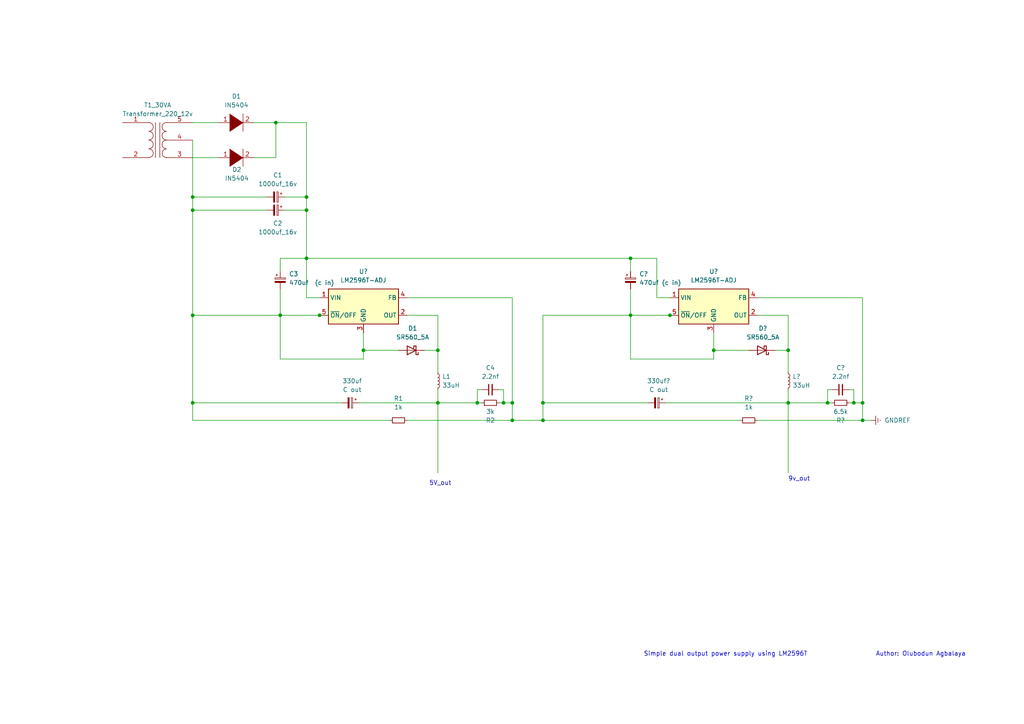
<source format=kicad_sch>
(kicad_sch (version 20211123) (generator eeschema)
  (paper "A4")
  (lib_symbols
    (symbol "Device:C_Polarized_Small" (pin_numbers hide) (pin_names (offset 0.254) hide)
      (property "Reference" "C" (at 0.254 1.778 0))
      (property "Value" "C_Polarized_Small" (at 0.254 -2.032 0))
      (symbol "C_Polarized_Small_0_1"
        (rectangle (start -1.524 -0.3048) (end 1.524 -0.6858) (fill (type outline)))
        (rectangle (start -1.524 0.6858) (end 1.524 0.3048))
        (polyline (pts (xy -1.27 1.524) (xy -0.762 1.524)))
        (polyline (pts (xy -1.016 1.27) (xy -1.016 1.778)))
      )
      (symbol "C_Polarized_Small_1_1"
        (pin passive line (at 0 2.54 270) (length 1.8542) (name "~") (number "1"))
        (pin passive line (at 0 -2.54 90) (length 1.8542) (name "~") (number "2"))
      )
    )
    (symbol "Device:C_Small" (pin_numbers hide) (pin_names (offset 0.254) hide)
      (property "Reference" "C" (at 0.254 1.778 0))
      (property "Value" "C_Small" (at 0.254 -2.032 0))
      (symbol "C_Small_0_1"
        (polyline (pts (xy -1.524 -0.508) (xy 1.524 -0.508)) (stroke (width 0.3302)))
        (polyline (pts (xy -1.524 0.508) (xy 1.524 0.508)) (stroke (width 0.3048)))
      )
      (symbol "C_Small_1_1"
        (pin passive line (at 0 2.54 270) (length 2.032) (name "~") (number "1"))
        (pin passive line (at 0 -2.54 90) (length 2.032) (name "~") (number "2"))
      )
    )
    (symbol "Device:D_Schottky" (pin_numbers hide) (pin_names (offset 1.016) hide)
      (property "Reference" "D" (at 0 2.54 0))
      (property "Value" "D_Schottky" (at 0 -2.54 0))
      (symbol "D_Schottky_0_1"
        (polyline (pts (xy 1.27 0) (xy -1.27 0)))
        (polyline (pts (xy 1.27 1.27) (xy 1.27 -1.27) (xy -1.27 0) (xy 1.27 1.27)) (stroke (width 0.254)))
        (polyline (pts (xy -1.905 0.635) (xy -1.905 1.27) (xy -1.27 1.27) (xy -1.27 -1.27) (xy -0.635 -1.27) (xy -0.635 -0.635)) (stroke (width 0.254)))
      )
      (symbol "D_Schottky_1_1"
        (pin passive line (at -3.81 0 0) (length 2.54) (name "K") (number "1"))
        (pin passive line (at 3.81 0 180) (length 2.54) (name "A") (number "2"))
      )
    )
    (symbol "Device:L_Small" (pin_numbers hide) (pin_names (offset 0.254) hide)
      (property "Reference" "L" (at 0.762 1.016 0))
      (property "Value" "L_Small" (at 0.762 -1.016 0))
      (symbol "L_Small_0_1"
        (arc (start 0 -2.032) (mid 0.508 -1.524) (end 0 -1.016))
        (arc (start 0 -1.016) (mid 0.508 -0.508) (end 0 0))
        (arc (start 0 0) (mid 0.508 0.508) (end 0 1.016))
        (arc (start 0 1.016) (mid 0.508 1.524) (end 0 2.032))
      )
      (symbol "L_Small_1_1"
        (pin passive line (at 0 2.54 270) (length 0.508) (name "~") (number "1"))
        (pin passive line (at 0 -2.54 90) (length 0.508) (name "~") (number "2"))
      )
    )
    (symbol "Device:R_Small" (pin_numbers hide) (pin_names (offset 0.254) hide)
      (property "Reference" "R" (at 0.762 0.508 0))
      (property "Value" "R_Small" (at 0.762 -1.016 0))
      (symbol "R_Small_0_1"
        (rectangle (start -0.762 1.778) (end 0.762 -1.778) (stroke (width 0.2032)))
      )
      (symbol "R_Small_1_1"
        (pin passive line (at 0 2.54 270) (length 0.762) (name "~") (number "1"))
        (pin passive line (at 0 -2.54 90) (length 0.762) (name "~") (number "2"))
      )
    )
    (symbol "Device:Transformer_1P_SS" (pin_names (offset 1.016) hide)
      (property "Reference" "T" (at 0 6.35 0))
      (property "Value" "Transformer_1P_SS" (at 0 -7.62 0))
      (symbol "Transformer_1P_SS_0_1"
        (arc (start -2.54 -5.0546) (mid -1.6561 -4.6863) (end -1.27 -3.81))
        (arc (start -2.54 -2.5146) (mid -1.6561 -2.1463) (end -1.27 -1.27))
        (arc (start -2.54 0.0254) (mid -1.6561 0.3937) (end -1.27 1.27))
        (arc (start -2.54 2.5654) (mid -1.6561 2.9337) (end -1.27 3.81))
        (arc (start -1.27 -3.81) (mid -1.642 -2.912) (end -2.54 -2.54))
        (arc (start -1.27 -1.27) (mid -1.642 -0.372) (end -2.54 0))
        (arc (start -1.27 1.27) (mid -1.642 2.168) (end -2.54 2.54))
        (arc (start -1.27 3.81) (mid -1.642 4.708) (end -2.54 5.08))
        (polyline (pts (xy -0.635 5.08) (xy -0.635 -5.08)))
        (polyline (pts (xy 0.635 -5.08) (xy 0.635 5.08)))
        (arc (start 1.2954 -1.27) (mid 1.6599 -2.1501) (end 2.54 -2.5146))
        (arc (start 1.2954 1.27) (mid 1.6599 0.3899) (end 2.54 0.0254))
        (arc (start 1.2954 3.81) (mid 1.6599 2.9299) (end 2.54 2.5654))
        (arc (start 1.3208 -3.81) (mid 1.6853 -4.6901) (end 2.5654 -5.0546))
        (arc (start 2.54 0) (mid 1.6456 -0.3683) (end 1.2954 -1.27))
        (arc (start 2.54 2.54) (mid 1.6456 2.1717) (end 1.2954 1.27))
        (arc (start 2.54 5.08) (mid 1.6456 4.7117) (end 1.2954 3.81))
        (arc (start 2.5654 -2.54) (mid 1.671 -2.9083) (end 1.3208 -3.81))
      )
      (symbol "Transformer_1P_SS_1_1"
        (pin passive line (at -10.16 5.08 0) (length 7.62) (name "AA") (number "1"))
        (pin passive line (at -10.16 -5.08 0) (length 7.62) (name "AB") (number "2"))
        (pin passive line (at 10.16 -5.08 180) (length 7.62) (name "SA") (number "3"))
        (pin passive line (at 10.16 0 180) (length 7.62) (name "SC") (number "4"))
        (pin passive line (at 10.16 5.08 180) (length 7.62) (name "SB") (number "5"))
      )
    )
    (symbol "Regulator_Switching:LM2596T-ADJ"
      (property "Reference" "U" (at -10.16 6.35 0))
      (property "Value" "LM2596T-ADJ" (at 0 6.35 0))
      (symbol "LM2596T-ADJ_0_1"
        (rectangle (start -10.16 5.08) (end 10.16 -5.08) (stroke (width 0.254)) (fill (type background)))
      )
      (symbol "LM2596T-ADJ_1_1"
        (pin power_in line (at -12.7 2.54 0) (length 2.54) (name "VIN") (number "1"))
        (pin output line (at 12.7 -2.54 180) (length 2.54) (name "OUT") (number "2"))
        (pin power_in line (at 0 -7.62 90) (length 2.54) (name "GND") (number "3"))
        (pin input line (at 12.7 2.54 180) (length 2.54) (name "FB") (number "4"))
        (pin input line (at -12.7 -2.54 0) (length 2.54) (name "~{ON}/OFF") (number "5"))
      )
    )
    (symbol "power:GNDREF" (power) (pin_names (offset 0))
      (property "Value" "GNDREF" (at 0 -3.81 0))
      (symbol "GNDREF_0_1"
        (polyline (pts (xy -0.635 -1.905) (xy 0.635 -1.905)))
        (polyline (pts (xy -0.127 -2.54) (xy 0.127 -2.54)))
        (polyline (pts (xy 0 -1.27) (xy 0 0)))
        (polyline (pts (xy 1.27 -1.27) (xy -1.27 -1.27)))
      )
      (symbol "GNDREF_1_1"
        (pin power_in line (at 0 0 270) (length 0) hide (name "GNDREF") (number "1"))
      )
    )
    (symbol "pspice:DIODE" (pin_names (offset 1.016) hide)
      (property "Reference" "D" (at 0 3.81 0))
      (property "Value" "DIODE" (at 0 -4.445 0))
      (symbol "DIODE_0_1"
        (polyline (pts (xy 1.905 2.54) (xy 1.905 -2.54)))
        (polyline (pts (xy -1.905 2.54) (xy -1.905 -2.54) (xy 1.905 0)) (fill (type outline)))
      )
      (symbol "DIODE_1_1"
        (pin input line (at -5.08 0 0) (length 3.81) (name "K") (number "1"))
        (pin input line (at 5.08 0 180) (length 3.81) (name "A") (number "2"))
      )
    )
  )
  (junction (at 228.6 101.6))
  (junction (at 250.19 116.84))
  (junction (at 240.03 116.84))
  (junction (at 250.19 121.92))
  (junction (at 157.48 116.84))
  (junction (at 55.88 57.15))
  (junction (at 127 101.6))
  (junction (at 92.71 91.44))
  (junction (at 182.88 91.44))
  (junction (at 88.9 57.15))
  (junction (at 127 116.84))
  (junction (at 247.65 116.84))
  (junction (at 138.43 116.84))
  (junction (at 105.41 101.6))
  (junction (at 55.88 116.84))
  (junction (at 228.6 116.84))
  (junction (at 194.31 91.44))
  (junction (at 148.59 116.84))
  (junction (at 157.48 121.92))
  (junction (at 207.01 101.6))
  (junction (at 146.05 116.84))
  (junction (at 80.01 35.56))
  (junction (at 88.9 74.93))
  (junction (at 55.88 60.96))
  (junction (at 88.9 60.96))
  (junction (at 81.28 91.44))
  (junction (at 55.88 91.44))
  (junction (at 148.59 121.92))
  (junction (at 182.88 74.93))
  (wire (pts (xy 157.48 116.84) (xy 187.96 116.84)))
  (wire (pts (xy 81.28 74.93) (xy 88.9 74.93)))
  (wire (pts (xy 240.03 116.84) (xy 241.3 116.84)))
  (wire (pts (xy 113.03 121.92) (xy 55.88 121.92)))
  (wire (pts (xy 157.48 116.84) (xy 157.48 121.92)))
  (wire (pts (xy 228.6 116.84) (xy 228.6 137.16)))
  (wire (pts (xy 118.11 86.36) (xy 148.59 86.36)))
  (wire (pts (xy 127 101.6) (xy 127 107.95)))
  (wire (pts (xy 228.6 113.03) (xy 228.6 116.84)))
  (wire (pts (xy 207.01 101.6) (xy 207.01 96.52)))
  (wire (pts (xy 182.88 74.93) (xy 182.88 78.74)))
  (wire (pts (xy 250.19 116.84) (xy 247.65 116.84)))
  (wire (pts (xy 105.41 101.6) (xy 105.41 96.52)))
  (wire (pts (xy 139.7 113.03) (xy 138.43 113.03)))
  (wire (pts (xy 55.88 35.56) (xy 63.5 35.56)))
  (wire (pts (xy 157.48 91.44) (xy 157.48 116.84)))
  (wire (pts (xy 81.28 83.82) (xy 81.28 91.44)))
  (wire (pts (xy 88.9 57.15) (xy 88.9 60.96)))
  (wire (pts (xy 246.38 113.03) (xy 247.65 113.03)))
  (wire (pts (xy 55.88 91.44) (xy 55.88 116.84)))
  (wire (pts (xy 105.41 101.6) (xy 115.57 101.6)))
  (wire (pts (xy 127 113.03) (xy 127 116.84)))
  (wire (pts (xy 250.19 116.84) (xy 250.19 121.92)))
  (wire (pts (xy 80.01 45.72) (xy 80.01 35.56)))
  (wire (pts (xy 55.88 91.44) (xy 81.28 91.44)))
  (wire (pts (xy 118.11 121.92) (xy 148.59 121.92)))
  (wire (pts (xy 148.59 86.36) (xy 148.59 116.84)))
  (wire (pts (xy 196.85 90.17) (xy 196.85 91.44)))
  (wire (pts (xy 88.9 60.96) (xy 88.9 74.93)))
  (wire (pts (xy 190.5 74.93) (xy 190.5 86.36)))
  (wire (pts (xy 118.11 91.44) (xy 127 91.44)))
  (wire (pts (xy 105.41 104.14) (xy 105.41 101.6)))
  (wire (pts (xy 138.43 116.84) (xy 139.7 116.84)))
  (wire (pts (xy 55.88 60.96) (xy 55.88 91.44)))
  (wire (pts (xy 55.88 57.15) (xy 55.88 60.96)))
  (wire (pts (xy 55.88 116.84) (xy 55.88 121.92)))
  (wire (pts (xy 55.88 116.84) (xy 99.06 116.84)))
  (wire (pts (xy 148.59 116.84) (xy 146.05 116.84)))
  (wire (pts (xy 55.88 45.72) (xy 63.5 45.72)))
  (wire (pts (xy 247.65 113.03) (xy 247.65 116.84)))
  (wire (pts (xy 146.05 113.03) (xy 146.05 116.84)))
  (wire (pts (xy 182.88 91.44) (xy 194.31 91.44)))
  (wire (pts (xy 207.01 104.14) (xy 207.01 101.6)))
  (wire (pts (xy 219.71 91.44) (xy 228.6 91.44)))
  (wire (pts (xy 127 116.84) (xy 138.43 116.84)))
  (wire (pts (xy 104.14 116.84) (xy 127 116.84)))
  (wire (pts (xy 80.01 35.56) (xy 73.66 35.56)))
  (wire (pts (xy 123.19 101.6) (xy 127 101.6)))
  (wire (pts (xy 228.6 101.6) (xy 228.6 107.95)))
  (wire (pts (xy 95.25 91.44) (xy 92.71 91.44)))
  (wire (pts (xy 148.59 116.84) (xy 148.59 121.92)))
  (wire (pts (xy 81.28 78.74) (xy 81.28 74.93)))
  (wire (pts (xy 157.48 91.44) (xy 182.88 91.44)))
  (wire (pts (xy 182.88 74.93) (xy 190.5 74.93)))
  (wire (pts (xy 228.6 91.44) (xy 228.6 101.6)))
  (wire (pts (xy 82.55 60.96) (xy 88.9 60.96)))
  (wire (pts (xy 127 116.84) (xy 127 137.16)))
  (wire (pts (xy 81.28 104.14) (xy 105.41 104.14)))
  (wire (pts (xy 182.88 83.82) (xy 182.88 91.44)))
  (wire (pts (xy 148.59 121.92) (xy 157.48 121.92)))
  (wire (pts (xy 55.88 40.64) (xy 55.88 57.15)))
  (wire (pts (xy 247.65 116.84) (xy 246.38 116.84)))
  (wire (pts (xy 224.79 101.6) (xy 228.6 101.6)))
  (wire (pts (xy 88.9 35.56) (xy 88.9 57.15)))
  (wire (pts (xy 194.31 86.36) (xy 190.5 86.36)))
  (wire (pts (xy 81.28 91.44) (xy 81.28 104.14)))
  (wire (pts (xy 55.88 60.96) (xy 77.47 60.96)))
  (wire (pts (xy 92.71 86.36) (xy 88.9 86.36)))
  (wire (pts (xy 193.04 116.84) (xy 228.6 116.84)))
  (wire (pts (xy 88.9 74.93) (xy 182.88 74.93)))
  (wire (pts (xy 144.78 113.03) (xy 146.05 113.03)))
  (wire (pts (xy 228.6 116.84) (xy 240.03 116.84)))
  (wire (pts (xy 182.88 104.14) (xy 207.01 104.14)))
  (wire (pts (xy 55.88 57.15) (xy 77.47 57.15)))
  (wire (pts (xy 146.05 116.84) (xy 144.78 116.84)))
  (wire (pts (xy 207.01 101.6) (xy 217.17 101.6)))
  (wire (pts (xy 82.55 57.15) (xy 88.9 57.15)))
  (wire (pts (xy 81.28 91.44) (xy 92.71 91.44)))
  (wire (pts (xy 73.66 45.72) (xy 80.01 45.72)))
  (wire (pts (xy 219.71 86.36) (xy 250.19 86.36)))
  (wire (pts (xy 95.25 90.17) (xy 95.25 91.44)))
  (wire (pts (xy 127 91.44) (xy 127 101.6)))
  (wire (pts (xy 219.71 121.92) (xy 250.19 121.92)))
  (wire (pts (xy 250.19 121.92) (xy 252.73 121.92)))
  (wire (pts (xy 196.85 91.44) (xy 194.31 91.44)))
  (wire (pts (xy 240.03 113.03) (xy 240.03 116.84)))
  (wire (pts (xy 88.9 35.56) (xy 80.01 35.56)))
  (wire (pts (xy 138.43 113.03) (xy 138.43 116.84)))
  (wire (pts (xy 241.3 113.03) (xy 240.03 113.03)))
  (wire (pts (xy 88.9 86.36) (xy 88.9 74.93)))
  (wire (pts (xy 182.88 91.44) (xy 182.88 104.14)))
  (wire (pts (xy 250.19 86.36) (xy 250.19 116.84)))
  (wire (pts (xy 214.63 121.92) (xy 157.48 121.92)))
  (text "Simple dual output power supply using LM2596T" (at 186.69 190.5 0) (effects (font (size 1.27 1.27)) (justify left bottom)))
  (text "Author: Olubodun Agbalaya" (at 254 190.5 0) (effects (font (size 1.27 1.27)) (justify left bottom)))
  (text "5V_out" (at 124.46 140.97 0) (effects (font (size 1.27 1.27)) (justify left bottom)))
  (text "9v_out" (at 228.6 139.7 0) (effects (font (size 1.27 1.27)) (justify left bottom)))
  (symbol (lib_id "Device:D_Schottky") (at 220.98 101.6 180) (unit 1)
    (property "Reference" "D?" (at 221.2975 95.25 0))
    (property "Value" "SR560_5A" (at 221.2975 97.79 0))
  )
  (symbol (lib_id "Device:R_Small") (at 142.24 116.84 90) (unit 1)
    (property "Reference" "R2" (at 142.24 121.92 90))
    (property "Value" "3k" (at 142.24 119.38 90))
  )
  (symbol (lib_id "Regulator_Switching:LM2596T-ADJ") (at 207.01 88.9 0) (unit 1)
    (property "Reference" "U?" (at 207.01 78.74 0))
    (property "Value" "LM2596T-ADJ" (at 207.01 81.28 0))
    (property "Footprint" "Package_TO_SOT_THT:TO-220-5_P3.4x3.7mm_StaggerOdd_Lead3.8mm_Vertical" (effects hide))
    (property "Datasheet" "http://www.ti.com/lit/ds/symlink/lm2596.pdf" (effects hide))
  )
  (symbol (lib_id "Device:R_Small") (at 217.17 121.92 90) (unit 1)
    (property "Reference" "R?" (at 217.17 115.57 90))
    (property "Value" "1k" (at 217.17 118.11 90))
  )
  (symbol (lib_id "Device:D_Schottky") (at 119.38 101.6 180) (unit 1)
    (property "Reference" "D1" (at 119.6975 95.25 0))
    (property "Value" "SR560_5A" (at 119.6975 97.79 0))
  )
  (symbol (lib_id "Device:C_Polarized_Small") (at 81.28 81.28 0) (unit 1)
    (property "Reference" "C3" (at 83.82 79.4638 0) (effects (justify left)))
    (property "Value" "470uf  (c in)" (at 83.82 82.0038 0) (effects (justify left)))
  )
  (symbol (lib_id "Device:C_Small") (at 243.84 113.03 90) (unit 1)
    (property "Reference" "C?" (at 243.8463 106.68 90))
    (property "Value" "2.2nf" (at 243.8463 109.22 90))
  )
  (symbol (lib_id "pspice:DIODE") (at 68.58 45.72 0) (unit 1)
    (property "Reference" "D2" (at 68.695 49.1808 0))
    (property "Value" "IN5404" (at 68.695 51.7208 0))
  )
  (symbol (lib_id "Device:L_Small") (at 228.6 110.49 0) (unit 1)
    (property "Reference" "L?" (at 229.87 109.2199 0) (effects (justify left)))
    (property "Value" "33uH" (at 229.87 111.7599 0) (effects (justify left)))
  )
  (symbol (lib_id "Device:R_Small") (at 115.57 121.92 90) (unit 1)
    (property "Reference" "R1" (at 115.57 115.57 90))
    (property "Value" "1k" (at 115.57 118.11 90))
  )
  (symbol (lib_id "Device:L_Small") (at 127 110.49 0) (unit 1)
    (property "Reference" "L1" (at 128.27 109.2199 0) (effects (justify left)))
    (property "Value" "33uH" (at 128.27 111.7599 0) (effects (justify left)))
  )
  (symbol (lib_id "Device:C_Small") (at 142.24 113.03 90) (unit 1)
    (property "Reference" "C4" (at 142.2463 106.68 90))
    (property "Value" "2.2nf" (at 142.2463 109.22 90))
  )
  (symbol (lib_id "power:GNDREF") (at 252.73 121.92 90) (unit 1)
    (property "Reference" "#PWR?" (effects hide))
    (property "Value" "GNDREF" (at 256.54 121.9199 90) (effects (justify right)))
  )
  (symbol (lib_id "pspice:DIODE") (at 68.58 35.56 0) (unit 1)
    (property "Reference" "D1" (at 68.58 27.94 0))
    (property "Value" "IN5404" (at 68.58 30.48 0))
  )
  (symbol (lib_id "Device:C_Polarized_Small") (at 80.01 57.15 270) (unit 1)
    (property "Reference" "C1" (at 80.5561 50.8 90))
    (property "Value" "1000uf_16v" (at 80.5561 53.34 90))
  )
  (symbol (lib_id "Device:C_Polarized_Small") (at 190.5 116.84 270) (unit 1)
    (property "Reference" "330uf?" (at 191.0461 110.49 90))
    (property "Value" "C out" (at 191.0461 113.03 90))
  )
  (symbol (lib_id "Device:C_Polarized_Small") (at 101.6 116.84 270) (unit 1)
    (property "Reference" "330uf" (at 102.1461 110.49 90))
    (property "Value" "C out" (at 102.1461 113.03 90))
  )
  (symbol (lib_id "Device:Transformer_1P_SS") (at 45.72 40.64 0) (unit 1)
    (property "Reference" "T1_30VA" (at 45.7327 30.48 0))
    (property "Value" "Transformer_220_12v" (at 45.7327 33.02 0))
  )
  (symbol (lib_id "Device:R_Small") (at 243.84 116.84 90) (unit 1)
    (property "Reference" "R?" (at 243.84 121.92 90))
    (property "Value" "6.5k" (at 243.84 119.38 90))
  )
  (symbol (lib_id "Regulator_Switching:LM2596T-ADJ") (at 105.41 88.9 0) (unit 1)
    (property "Reference" "U?" (at 105.41 78.74 0))
    (property "Value" "LM2596T-ADJ" (at 105.41 81.28 0))
    (property "Footprint" "Package_TO_SOT_THT:TO-220-5_P3.4x3.7mm_StaggerOdd_Lead3.8mm_Vertical" (effects hide))
    (property "Datasheet" "http://www.ti.com/lit/ds/symlink/lm2596.pdf" (effects hide))
  )
  (symbol (lib_id "Device:C_Polarized_Small") (at 182.88 81.28 0) (unit 1)
    (property "Reference" "C?" (at 185.42 79.4638 0) (effects (justify left)))
    (property "Value" "470uf (c in)" (at 185.42 82.0038 0) (effects (justify left)))
  )
  (symbol (lib_id "Device:C_Polarized_Small") (at 80.01 60.96 270) (unit 1)
    (property "Reference" "C2" (at 80.5561 64.77 90))
    (property "Value" "1000uf_16v" (at 80.5561 67.31 90))
  )
)
</source>
